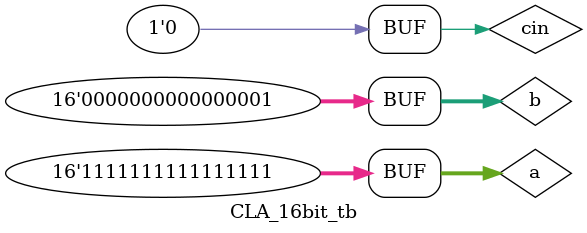
<source format=v>
`timescale 1ns / 1ps
module ADD_32bit(
	input [31:0] Ra,
	input [31:0] Rb,
	input wire cin,
	
	output wire[31:0] sum,
	output wire cout
	);
	
wire cout1;
 
CLA_16bit CLA1(	.Ra(Ra[15:0]),
					.Rb(Rb[15:0]),
					.cin(cin), 
					.sum(sum[15:0]), 
					.cout(cout1));
					
CLA_16bit CLA2(	.Ra(Ra[31:16]), 
					.Rb(Rb[31:16]), 
					.cin(cout1), 
					.sum(sum[31:16]), 
					.cout(cout));
				
 
endmodule

//Smaller 16bit CLA
module CLA_16bit(
	input wire [15:0] Ra,
	input wire [15:0] Rb,
	input wire cin,
	
	output wire [15:0] sum,
	output wire cout
	);
	
wire cout1,cout2,cout3;
 
CLA_4bit CLA1(	.Ra(Ra[3:0]),
					.Rb(Rb[3:0]),
					.cin(cin), 
					.sum(sum[3:0]), 
					.cout(cout1));
					
CLA_4bit CLA2(	.Ra(Ra[7:4]), 
					.Rb(Rb[7:4]), 
					.cin(cout1), 
					.sum(sum[7:4]), 
					.cout(cout2));
					
CLA_4bit CLA3(	.Ra(Ra[11:8]), 
					.Rb(Rb[11:8]), 
					.cin(cout2), 
					.sum(sum[11:8]), 
					.cout(cout3));
					
CLA_4bit CLA4(	.Ra(Ra[15:12]), 
					.Rb(Rb[15:12]), 
					.cin(cout3), 
					.sum(sum[15:12]), 
					.cout(cout));
 
endmodule
 

// smaller 4-bit CLA
module CLA_4bit(
	input wire [3:0] Ra,
	input wire [3:0] Rb,
	input wire cin,
	
	output wire[3:0] sum,
	output wire cout);
 
	wire [3:0] P,G,c;
 
	assign P=Ra^Rb;	//propagate signal
	assign G=Ra&Rb; 	//generate signal
	 
	assign c[0]= cin;
	assign c[1]= G[0] | (P[0]&c[0]);
	assign c[2]= G[1] | (P[1]&G[0]) | P[1]&P[0]&c[0];
	assign c[3]= G[2] | (P[2]&G[1]) | P[2]&P[1]&G[0] | P[2]&P[1]&P[0]&c[0];
	assign cout = G[3] | (P[3]&G[2]) | P[3]&P[2]&G[1] | P[3]&P[2]&P[1]&G[0] | P[3]&P[2]&P[1]&P[0]&c[0];
	assign sum[3:0] =P^c;
 
endmodule



//Testbench
module ADD_32bit_tb;
	reg [31:0] x,y;
	reg cin;
	wire [31:0] z;
	wire cout_f;
		 
	initial begin
	  x=0; y=0; cin=0;
//	  #10 x=32'd1; 	y=32'd1;  cin=1'd1;		//sum = 2, 		cout = 0
//	  #10 x=32'd1; 	y=32'd0;	 cin=1'd1;		//sum = 2, 		cout = 0
//	  #10 x=32'd15;	y=32'd15; cin=1'd1;		//sum = 31, 	cout = 0	
//	  #10 x=32'd999; 	y=32'd0;  cin=1'd1; 		//sum = 1000,	cout = 0
		#10 x=32'h0000000F; 	y=32'h000000001;  cin=1'h0; 		//sum = 10,	cout = 0
		#10 x=32'hFFFFFFFF; 	y=32'h000000001;  cin=1'h0; 		//sum = 00000000,	cout = 1

		end
	
	ADD_32bit adder(.Ra(x), .Rb(y),.cin(cin),.sum(z),.cout(cout_f));
	
	initial
	  $monitor( "X=%h, Y=%h, Cin= %h, Z=%h, Cout=%h", x,y,cin,z,cout_f);

endmodule


////Testbench
module CLA_16bit_tb;
reg [15:0] a,b;
reg cin;
wire [15:0] sum;
wire cout;
 
  CLA_16bit uut(.Ra(a), .Rb(b),.cin(cin),.sum(sum),.cout(cout));
 
initial begin
  a=0; b=0; cin=0;
  #10 a=16'hffff; b=16'd0; cin=1'd1;		// sum = 16'h0000, cout = 1
  #10 a=16'hffff; b=16'd1; cin=1'd0;		// sum = 16'h0000, cout = 1

end
 
initial
  $monitor( "A=%h, B=%h, Cin= %h, Sum=%h, Cout=%h", a,b,cin,sum,cout);
endmodule
</source>
